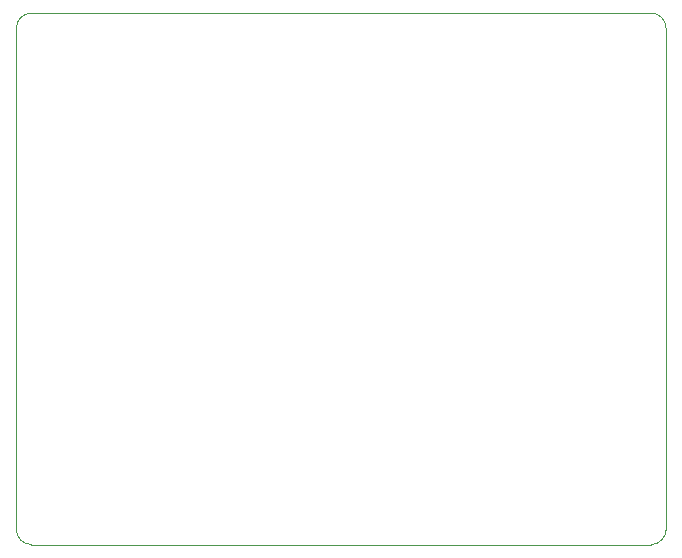
<source format=gbr>
%TF.GenerationSoftware,Altium Limited,Altium Designer,24.2.2 (26)*%
G04 Layer_Color=0*
%FSLAX45Y45*%
%MOMM*%
%TF.SameCoordinates,D2FE35CC-22CD-4169-9643-A2803306E4A1*%
%TF.FilePolarity,Positive*%
%TF.FileFunction,Profile,NP*%
%TF.Part,Single*%
G01*
G75*
%TA.AperFunction,Profile*%
%ADD55C,0.02540*%
D55*
X0Y127000D02*
Y4373000D01*
D02*
G02*
X127000Y4500000I127000J0D01*
G01*
X5373000D01*
D02*
G02*
X5500000Y4373000I0J-127000D01*
G01*
Y127000D01*
D02*
G02*
X5373000Y0I-127000J0D01*
G01*
X127000D01*
D02*
G02*
X0Y127000I0J127000D01*
G01*
%TF.MD5,3df183f643cc5db6fe2b3b4a0d390157*%
M02*

</source>
